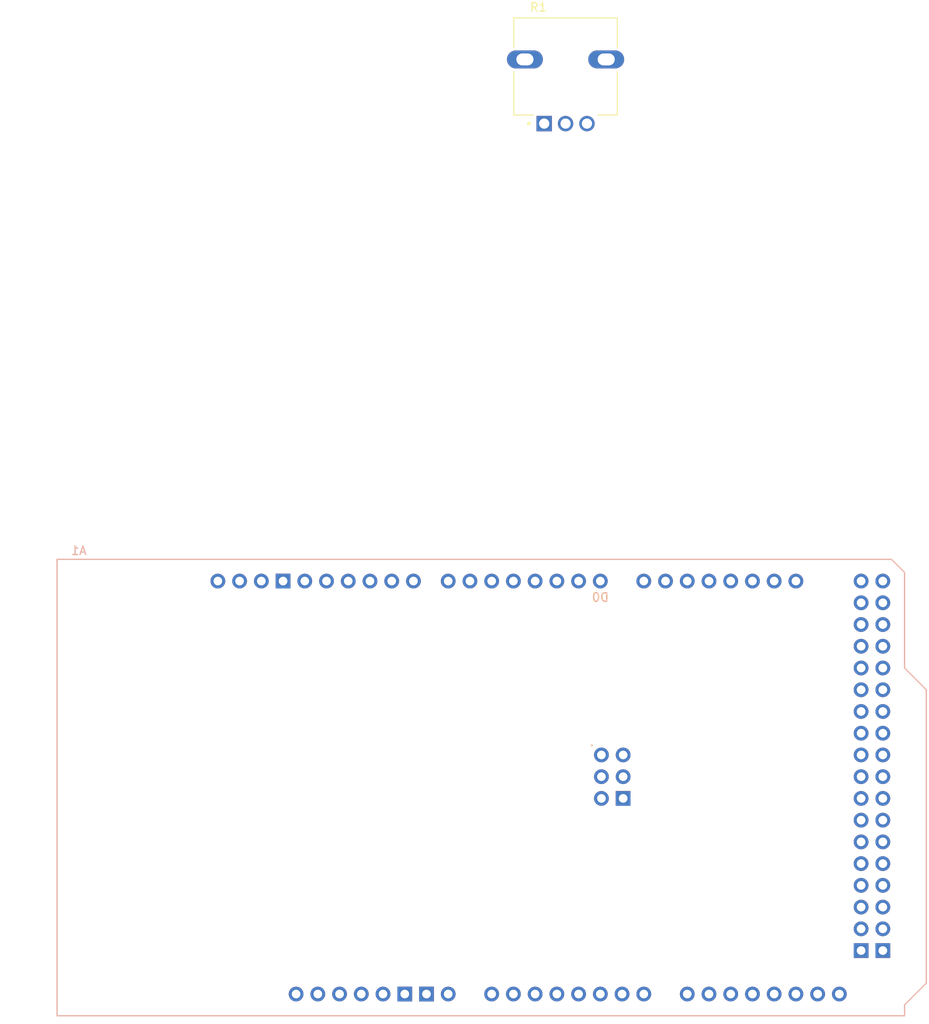
<source format=kicad_pcb>
(kicad_pcb (version 20221018) (generator pcbnew)
  (layers (0 "F.Cu" signal) (31 "B.Cu" signal) (34 "B.Paste" user) (35 "F.Paste" user) (36 "B.SilkS" user "B.Silkscreen") (37 "F.SilkS" user "F.Silkscreen") (38 "B.Mask" user) (39 "F.Mask" user) (44 "Edge.Cuts" user))
  (net 0 "")
  (net 13 "Net-(A1-PadA7)")
  (net 89 "Net-(A1-PadSCL)")
  (net 92 "Net-(R1-SHIELD-PadS1)")
  (footprint "P0915N-FC15BR100K:TRIM_P0915N-FC15BR100K" (layer "F.Cu") (at 160.02 17.78)
    (fp_text reference "R1" (at -3.175 -6.096) (layer "F.SilkS"))
    (fp_text value "P0915N-FC15BR100K")
    (fp_line (start -6.05 -4.85) (end 6.05 -4.85) (stroke (width 0.127)) (layer "F.SilkS"))
    (fp_line (start -6.05 -1.4) (end -6.05 -4.85) (stroke (width 0.127)) (layer "F.SilkS"))
    (fp_line (start -6.05 6.5) (end -6.05 1.4) (stroke (width 0.127)) (layer "F.SilkS"))
    (fp_line (start -3.75 6.5) (end -6.05 6.5) (stroke (width 0.127)) (layer "F.SilkS"))
    (fp_line (start 6.05 -4.85) (end 6.05 -1.4) (stroke (width 0.127)) (layer "F.SilkS"))
    (fp_line (start 6.05 1.4) (end 6.05 6.5) (stroke (width 0.127)) (layer "F.SilkS"))
    (fp_line (start 6.05 6.5) (end 3.75 6.5) (stroke (width 0.127)) (layer "F.SilkS"))
    (fp_circle (center -4.3 7.5) (end -4.2 7.5) (stroke (width 0.2)) (fill none) (layer "F.SilkS"))
    (pad "1" thru_hole rect (at -2.5 7.5) (size 1.8 1.8) (drill 1.2) (layers "*.Cu" "*.Mask"))
    (pad "2" thru_hole circle (at 0 7.5) (size 1.8 1.8) (drill 1.2) (layers "*.Cu" "*.Mask") (net 13 "Net-(A1-PadA7)"))
    (pad "3" thru_hole circle (at 2.5 7.5) (size 1.8 1.8) (drill 1.2) (layers "*.Cu" "*.Mask") (net 89 "Net-(A1-PadSCL)"))
    (pad "S1" thru_hole oval (at -4.75 0) (size 4.2 2.1) (drill oval 2 1.4) (layers "*.Cu" "*.Mask") (net 92 "Net-(R1-SHIELD-PadS1)"))
    (pad "S2" thru_hole oval (at 4.75 0) (size 4.2 2.1) (drill oval 2 1.4) (layers "*.Cu" "*.Mask") (net 92 "Net-(R1-SHIELD-PadS1)"))
  )
  (footprint "PCM_arduino-library:Arduino_Mega2560_R3_Shield" (layer "F.Cu") (at 100.584 129.54)
    (fp_text reference "A1" (at 2.54 -54.356) (layer "B.SilkS") (effects (justify mirror)))
    (fp_text value "Arduino_Mega2560_R3_Shield")
    (fp_text user "D0" (at 63.5 -48.895 unlocked) (layer "B.SilkS") (effects (justify mirror)))
    (fp_text user "." (at 62.484 -32.004) (layer "B.SilkS"))
    (fp_text user "D0" (at 63.5 -48.895 unlocked) (layer "F.SilkS"))
    (fp_text user "." (at 62.484 -32.004) (layer "F.SilkS"))
    (fp_line (start 0 -53.34) (end 0 0) (stroke (width 0.15)) (layer "B.SilkS"))
    (fp_line (start 0 -53.34) (end 97.536 -53.34) (stroke (width 0.15)) (layer "B.SilkS"))
    (fp_line (start 0 0) (end 99.06 0) (stroke (width 0.15)) (layer "B.SilkS"))
    (fp_line (start 97.536 -53.34) (end 99.06 -51.816) (stroke (width 0.15)) (layer "B.SilkS"))
    (fp_line (start 99.06 -40.64) (end 99.06 -51.816) (stroke (width 0.15)) (layer "B.SilkS"))
    (fp_line (start 99.06 -1.27) (end 101.6 -3.81) (stroke (width 0.15)) (layer "B.SilkS"))
    (fp_line (start 99.06 0) (end 99.06 -1.27) (stroke (width 0.15)) (layer "B.SilkS"))
    (fp_line (start 101.6 -38.1) (end 99.06 -40.64) (stroke (width 0.15)) (layer "B.SilkS"))
    (fp_line (start 101.6 -3.81) (end 101.6 -38.1) (stroke (width 0.15)) (layer "B.SilkS"))
    (pad "" np_thru_hole circle (at 13.97 -2.54) (size 3.2 3.2) (drill 3.2) (layers "*.Cu" "*.Mask"))
    (pad "" np_thru_hole circle (at 15.24 -50.8) (size 3.2 3.2) (drill 3.2) (layers "*.Cu" "*.Mask"))
    (pad "" thru_hole oval (at 27.94 -2.54) (size 1.7272 1.7272) (drill 1.016) (layers "*.Cu" "*.Mask"))
    (pad "" np_thru_hole circle (at 66.04 -35.56) (size 3.2 3.2) (drill 3.2) (layers "*.Cu" "*.Mask"))
    (pad "" np_thru_hole circle (at 66.04 -7.62) (size 3.2 3.2) (drill 3.2) (layers "*.Cu" "*.Mask"))
    (pad "" np_thru_hole circle (at 90.17 -50.8) (size 3.2 3.2) (drill 3.2) (layers "*.Cu" "*.Mask"))
    (pad "" np_thru_hole circle (at 96.52 -2.54) (size 3.2 3.2) (drill 3.2) (layers "*.Cu" "*.Mask"))
    (pad "3V3" thru_hole oval (at 35.56 -2.54) (size 1.7272 1.7272) (drill 1.016) (layers "*.Cu" "*.Mask"))
    (pad "5V1" thru_hole oval (at 38.1 -2.54) (size 1.7272 1.7272) (drill 1.016) (layers "*.Cu" "*.Mask"))
    (pad "5V2" thru_hole oval (at 66.167 -30.48) (size 1.7272 1.7272) (drill 1.016) (layers "*.Cu" "*.Mask"))
    (pad "5V3" thru_hole oval (at 93.98 -50.8) (size 1.7272 1.7272) (drill 1.016) (layers "*.Cu" "*.Mask"))
    (pad "5V4" thru_hole oval (at 96.52 -50.8) (size 1.7272 1.7272) (drill 1.016) (layers "*.Cu" "*.Mask"))
    (pad "A0" thru_hole oval (at 50.8 -2.54) (size 1.7272 1.7272) (drill 1.016) (layers "*.Cu" "*.Mask"))
    (pad "A1" thru_hole oval (at 53.34 -2.54) (size 1.7272 1.7272) (drill 1.016) (layers "*.Cu" "*.Mask"))
    (pad "A2" thru_hole oval (at 55.88 -2.54) (size 1.7272 1.7272) (drill 1.016) (layers "*.Cu" "*.Mask"))
    (pad "A3" thru_hole oval (at 58.42 -2.54) (size 1.7272 1.7272) (drill 1.016) (layers "*.Cu" "*.Mask"))
    (pad "A4" thru_hole oval (at 60.96 -2.54) (size 1.7272 1.7272) (drill 1.016) (layers "*.Cu" "*.Mask"))
    (pad "A5" thru_hole oval (at 63.5 -2.54) (size 1.7272 1.7272) (drill 1.016) (layers "*.Cu" "*.Mask"))
    (pad "A6" thru_hole oval (at 66.04 -2.54) (size 1.7272 1.7272) (drill 1.016) (layers "*.Cu" "*.Mask"))
    (pad "A7" thru_hole oval (at 68.58 -2.54) (size 1.7272 1.7272) (drill 1.016) (layers "*.Cu" "*.Mask") (net 13 "Net-(A1-PadA7)"))
    (pad "A8" thru_hole oval (at 73.66 -2.54) (size 1.7272 1.7272) (drill 1.016) (layers "*.Cu" "*.Mask"))
    (pad "A9" thru_hole oval (at 76.2 -2.54) (size 1.7272 1.7272) (drill 1.016) (layers "*.Cu" "*.Mask"))
    (pad "A10" thru_hole oval (at 78.74 -2.54) (size 1.7272 1.7272) (drill 1.016) (layers "*.Cu" "*.Mask"))
    (pad "A11" thru_hole oval (at 81.28 -2.54) (size 1.7272 1.7272) (drill 1.016) (layers "*.Cu" "*.Mask"))
    (pad "A12" thru_hole oval (at 83.82 -2.54) (size 1.7272 1.7272) (drill 1.016) (layers "*.Cu" "*.Mask"))
    (pad "A13" thru_hole oval (at 86.36 -2.54) (size 1.7272 1.7272) (drill 1.016) (layers "*.Cu" "*.Mask"))
    (pad "A14" thru_hole oval (at 88.9 -2.54) (size 1.7272 1.7272) (drill 1.016) (layers "*.Cu" "*.Mask"))
    (pad "A15" thru_hole oval (at 91.44 -2.54) (size 1.7272 1.7272) (drill 1.016) (layers "*.Cu" "*.Mask"))
    (pad "AREF" thru_hole oval (at 23.876 -50.8) (size 1.7272 1.7272) (drill 1.016) (layers "*.Cu" "*.Mask"))
    (pad "D0" thru_hole oval (at 63.5 -50.8) (size 1.7272 1.7272) (drill 1.016) (layers "*.Cu" "*.Mask"))
    (pad "D1" thru_hole oval (at 60.96 -50.8) (size 1.7272 1.7272) (drill 1.016) (layers "*.Cu" "*.Mask"))
    (pad "D2" thru_hole oval (at 58.42 -50.8) (size 1.7272 1.7272) (drill 1.016) (layers "*.Cu" "*.Mask"))
    (pad "D3" thru_hole oval (at 55.88 -50.8) (size 1.7272 1.7272) (drill 1.016) (layers "*.Cu" "*.Mask"))
    (pad "D4" thru_hole oval (at 53.34 -50.8) (size 1.7272 1.7272) (drill 1.016) (layers "*.Cu" "*.Mask"))
    (pad "D5" thru_hole oval (at 50.8 -50.8) (size 1.7272 1.7272) (drill 1.016) (layers "*.Cu" "*.Mask"))
    (pad "D6" thru_hole oval (at 48.26 -50.8) (size 1.7272 1.7272) (drill 1.016) (layers "*.Cu" "*.Mask"))
    (pad "D7" thru_hole oval (at 45.72 -50.8) (size 1.7272 1.7272) (drill 1.016) (layers "*.Cu" "*.Mask"))
    (pad "D8" thru_hole oval (at 41.656 -50.8) (size 1.7272 1.7272) (drill 1.016) (layers "*.Cu" "*.Mask"))
    (pad "D9" thru_hole oval (at 39.116 -50.8) (size 1.7272 1.7272) (drill 1.016) (layers "*.Cu" "*.Mask"))
    (pad "D10" thru_hole oval (at 36.576 -50.8) (size 1.7272 1.7272) (drill 1.016) (layers "*.Cu" "*.Mask"))
    (pad "D11" thru_hole oval (at 34.036 -50.8) (size 1.7272 1.7272) (drill 1.016) (layers "*.Cu" "*.Mask"))
    (pad "D12" thru_hole oval (at 31.496 -50.8) (size 1.7272 1.7272) (drill 1.016) (layers "*.Cu" "*.Mask"))
    (pad "D13" thru_hole oval (at 28.956 -50.8) (size 1.7272 1.7272) (drill 1.016) (layers "*.Cu" "*.Mask"))
    (pad "D14" thru_hole oval (at 68.58 -50.8) (size 1.7272 1.7272) (drill 1.016) (layers "*.Cu" "*.Mask"))
    (pad "D15" thru_hole oval (at 71.12 -50.8) (size 1.7272 1.7272) (drill 1.016) (layers "*.Cu" "*.Mask"))
    (pad "D16" thru_hole oval (at 73.66 -50.8) (size 1.7272 1.7272) (drill 1.016) (layers "*.Cu" "*.Mask"))
    (pad "D17" thru_hole oval (at 76.2 -50.8) (size 1.7272 1.7272) (drill 1.016) (layers "*.Cu" "*.Mask"))
    (pad "D18" thru_hole oval (at 78.74 -50.8) (size 1.7272 1.7272) (drill 1.016) (layers "*.Cu" "*.Mask"))
    (pad "D19" thru_hole oval (at 81.28 -50.8) (size 1.7272 1.7272) (drill 1.016) (layers "*.Cu" "*.Mask"))
    (pad "D20" thru_hole oval (at 83.82 -50.8) (size 1.7272 1.7272) (drill 1.016) (layers "*.Cu" "*.Mask"))
    (pad "D21" thru_hole oval (at 86.36 -50.8) (size 1.7272 1.7272) (drill 1.016) (layers "*.Cu" "*.Mask"))
    (pad "D22" thru_hole oval (at 93.98 -48.26) (size 1.7272 1.7272) (drill 1.016) (layers "*.Cu" "*.Mask"))
    (pad "D23" thru_hole oval (at 96.52 -48.26) (size 1.7272 1.7272) (drill 1.016) (layers "*.Cu" "*.Mask"))
    (pad "D24" thru_hole oval (at 93.98 -45.72) (size 1.7272 1.7272) (drill 1.016) (layers "*.Cu" "*.Mask"))
    (pad "D25" thru_hole oval (at 96.52 -45.72) (size 1.7272 1.7272) (drill 1.016) (layers "*.Cu" "*.Mask"))
    (pad "D26" thru_hole oval (at 93.98 -43.18) (size 1.7272 1.7272) (drill 1.016) (layers "*.Cu" "*.Mask"))
    (pad "D27" thru_hole oval (at 96.52 -43.18) (size 1.7272 1.7272) (drill 1.016) (layers "*.Cu" "*.Mask"))
    (pad "D28" thru_hole oval (at 93.98 -40.64) (size 1.7272 1.7272) (drill 1.016) (layers "*.Cu" "*.Mask"))
    (pad "D29" thru_hole oval (at 96.52 -40.64) (size 1.7272 1.7272) (drill 1.016) (layers "*.Cu" "*.Mask"))
    (pad "D30" thru_hole oval (at 93.98 -38.1) (size 1.7272 1.7272) (drill 1.016) (layers "*.Cu" "*.Mask"))
    (pad "D31" thru_hole oval (at 96.52 -38.1) (size 1.7272 1.7272) (drill 1.016) (layers "*.Cu" "*.Mask"))
    (pad "D32" thru_hole oval (at 93.98 -35.56) (size 1.7272 1.7272) (drill 1.016) (layers "*.Cu" "*.Mask"))
    (pad "D33" thru_hole oval (at 96.52 -35.56) (size 1.7272 1.7272) (drill 1.016) (layers "*.Cu" "*.Mask"))
    (pad "D34" thru_hole oval (at 93.98 -33.02) (size 1.7272 1.7272) (drill 1.016) (layers "*.Cu" "*.Mask"))
    (pad "D35" thru_hole oval (at 96.52 -33.02) (size 1.7272 1.7272) (drill 1.016) (layers "*.Cu" "*.Mask"))
    (pad "D36" thru_hole oval (at 93.98 -30.48) (size 1.7272 1.7272) (drill 1.016) (layers "*.Cu" "*.Mask"))
    (pad "D37" thru_hole oval (at 96.52 -30.48) (size 1.7272 1.7272) (drill 1.016) (layers "*.Cu" "*.Mask"))
    (pad "D38" thru_hole oval (at 93.98 -27.94) (size 1.7272 1.7272) (drill 1.016) (layers "*.Cu" "*.Mask"))
    (pad "D39" thru_hole oval (at 96.52 -27.94) (size 1.7272 1.7272) (drill 1.016) (layers "*.Cu" "*.Mask"))
    (pad "D40" thru_hole oval (at 93.98 -25.4) (size 1.7272 1.7272) (drill 1.016) (layers "*.Cu" "*.Mask"))
    (pad "D41" thru_hole oval (at 96.52 -25.4) (size 1.7272 1.7272) (drill 1.016) (layers "*.Cu" "*.Mask"))
    (pad "D42" thru_hole oval (at 93.98 -22.86) (size 1.7272 1.7272) (drill 1.016) (layers "*.Cu" "*.Mask"))
    (pad "D43" thru_hole oval (at 96.52 -22.86) (size 1.7272 1.7272) (drill 1.016) (layers "*.Cu" "*.Mask"))
    (pad "D44" thru_hole oval (at 93.98 -20.32) (size 1.7272 1.7272) (drill 1.016) (layers "*.Cu" "*.Mask"))
    (pad "D45" thru_hole oval (at 96.52 -20.32) (size 1.7272 1.7272) (drill 1.016) (layers "*.Cu" "*.Mask"))
    (pad "D46" thru_hole oval (at 93.98 -17.78) (size 1.7272 1.7272) (drill 1.016) (layers "*.Cu" "*.Mask"))
    (pad "D47" thru_hole oval (at 96.52 -17.78) (size 1.7272 1.7272) (drill 1.016) (layers "*.Cu" "*.Mask"))
    (pad "D48" thru_hole oval (at 93.98 -15.24) (size 1.7272 1.7272) (drill 1.016) (layers "*.Cu" "*.Mask"))
    (pad "D49" thru_hole oval (at 96.52 -15.24) (size 1.7272 1.7272) (drill 1.016) (layers "*.Cu" "*.Mask"))
    (pad "D50" thru_hole oval (at 93.98 -12.7) (size 1.7272 1.7272) (drill 1.016) (layers "*.Cu" "*.Mask"))
    (pad "D51" thru_hole oval (at 96.52 -12.7) (size 1.7272 1.7272) (drill 1.016) (layers "*.Cu" "*.Mask"))
    (pad "D52" thru_hole oval (at 93.98 -10.16) (size 1.7272 1.7272) (drill 1.016) (layers "*.Cu" "*.Mask"))
    (pad "D53" thru_hole oval (at 96.52 -10.16) (size 1.7272 1.7272) (drill 1.016) (layers "*.Cu" "*.Mask"))
    (pad "GND1" thru_hole rect (at 26.416 -50.8) (size 1.7272 1.7272) (drill 1.016) (layers "*.Cu" "*.Mask"))
    (pad "GND2" thru_hole rect (at 40.64 -2.54) (size 1.7272 1.7272) (drill 1.016) (layers "*.Cu" "*.Mask"))
    (pad "GND3" thru_hole rect (at 43.18 -2.54) (size 1.7272 1.7272) (drill 1.016) (layers "*.Cu" "*.Mask"))
    (pad "GND4" thru_hole rect (at 66.167 -25.4) (size 1.7272 1.7272) (drill 1.016) (layers "*.Cu" "*.Mask"))
    (pad "GND5" thru_hole rect (at 93.98 -7.62) (size 1.7272 1.7272) (drill 1.016) (layers "*.Cu" "*.Mask"))
    (pad "GND6" thru_hole rect (at 96.52 -7.62) (size 1.7272 1.7272) (drill 1.016) (layers "*.Cu" "*.Mask"))
    (pad "IORF" thru_hole oval (at 30.48 -2.54) (size 1.7272 1.7272) (drill 1.016) (layers "*.Cu" "*.Mask"))
    (pad "MISO" thru_hole oval (at 63.627 -30.48) (size 1.7272 1.7272) (drill 1.016) (layers "*.Cu" "*.Mask"))
    (pad "MOSI" thru_hole oval (at 66.167 -27.94) (size 1.7272 1.7272) (drill 1.016) (layers "*.Cu" "*.Mask"))
    (pad "RST1" thru_hole oval (at 33.02 -2.54) (size 1.7272 1.7272) (drill 1.016) (layers "*.Cu" "*.Mask"))
    (pad "RST2" thru_hole oval (at 63.627 -25.4) (size 1.7272 1.7272) (drill 1.016) (layers "*.Cu" "*.Mask"))
    (pad "SCK" thru_hole oval (at 63.627 -27.94) (size 1.7272 1.7272) (drill 1.016) (layers "*.Cu" "*.Mask"))
    (pad "SCL" thru_hole oval (at 18.796 -50.8) (size 1.7272 1.7272) (drill 1.016) (layers "*.Cu" "*.Mask") (net 89 "Net-(A1-PadSCL)"))
    (pad "SDA" thru_hole oval (at 21.336 -50.8) (size 1.7272 1.7272) (drill 1.016) (layers "*.Cu" "*.Mask"))
    (pad "VIN" thru_hole oval (at 45.72 -2.54) (size 1.7272 1.7272) (drill 1.016) (layers "*.Cu" "*.Mask"))
  )
)
</source>
